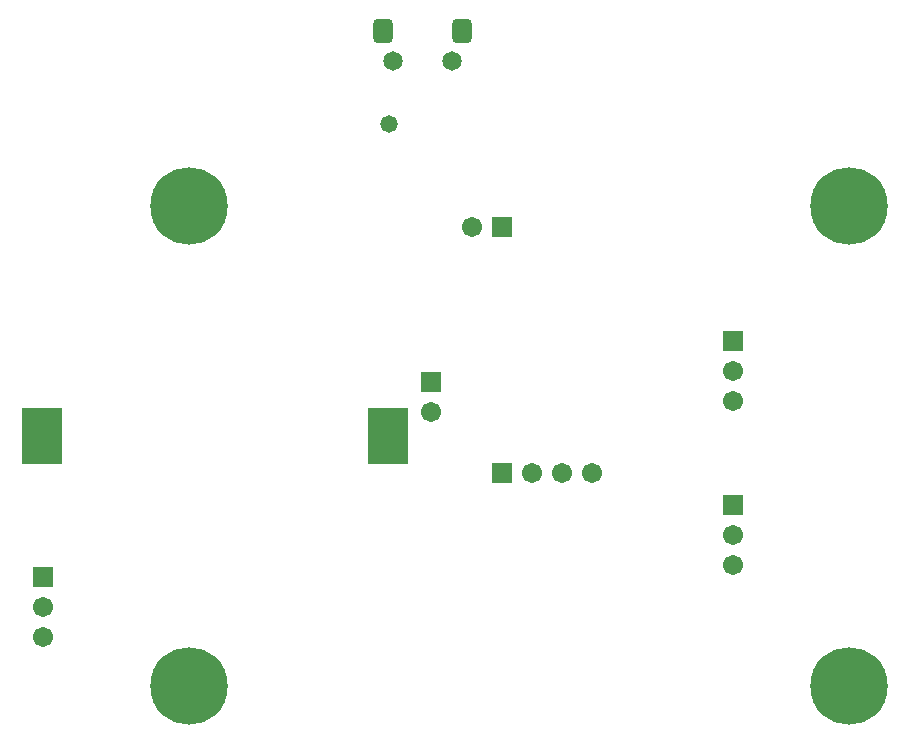
<source format=gbs>
G04*
G04 #@! TF.GenerationSoftware,Altium Limited,Altium Designer,21.9.2 (33)*
G04*
G04 Layer_Color=16711935*
%FSLAX25Y25*%
%MOIN*%
G70*
G04*
G04 #@! TF.SameCoordinates,2F6B3805-4CB7-4B71-A1E2-F447F127BF3B*
G04*
G04*
G04 #@! TF.FilePolarity,Negative*
G04*
G01*
G75*
%ADD48R,0.06706X0.06706*%
%ADD74C,0.06706*%
%ADD75C,0.06509*%
G04:AMPARAMS|DCode=76|XSize=67.06mil|YSize=82.8mil|CornerRadius=18.76mil|HoleSize=0mil|Usage=FLASHONLY|Rotation=180.000|XOffset=0mil|YOffset=0mil|HoleType=Round|Shape=RoundedRectangle|*
%AMROUNDEDRECTD76*
21,1,0.06706,0.04528,0,0,180.0*
21,1,0.02953,0.08280,0,0,180.0*
1,1,0.03753,-0.01476,0.02264*
1,1,0.03753,0.01476,0.02264*
1,1,0.03753,0.01476,-0.02264*
1,1,0.03753,-0.01476,-0.02264*
%
%ADD76ROUNDEDRECTD76*%
%ADD77R,0.06706X0.06706*%
%ADD78C,0.25800*%
%ADD79C,0.05800*%
%ADD103R,0.13398X0.18800*%
D48*
X3000Y-181500D02*
D03*
X233000Y-103000D02*
D03*
X132500Y-116500D02*
D03*
X233000Y-157500D02*
D03*
D74*
X3000Y-201500D02*
D03*
Y-191500D02*
D03*
X233000Y-113000D02*
D03*
Y-123000D02*
D03*
X132500Y-126500D02*
D03*
X166000Y-147000D02*
D03*
X176000D02*
D03*
X186000D02*
D03*
X146000Y-65000D02*
D03*
X233000Y-177500D02*
D03*
Y-167500D02*
D03*
D75*
X139516Y-9736D02*
D03*
X119831Y-9736D02*
D03*
D76*
X116287Y500D02*
D03*
X142665D02*
D03*
D77*
X156000Y-147000D02*
D03*
Y-65000D02*
D03*
D78*
X51858Y-217795D02*
D03*
Y-57795D02*
D03*
X271858Y-217795D02*
D03*
Y-57795D02*
D03*
D79*
X118500Y-30500D02*
D03*
D103*
X2646Y-134500D02*
D03*
X118000D02*
D03*
M02*

</source>
